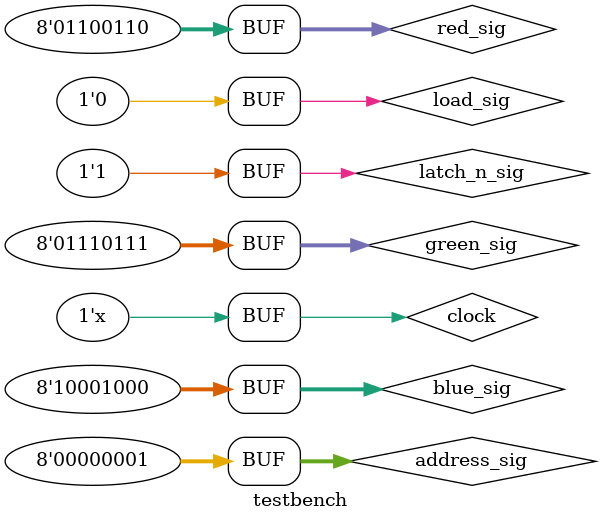
<source format=v>
`timescale 10ns/100ps

module testbench;

    reg clock = 1'b1;
	 //reg reset_sig = 1'b0;
	 reg [7:0] red_sig;
	 reg [7:0] green_sig;
	 reg [7:0] blue_sig;
	 reg [7:0] address_sig; // numéro de la Led entre 0 et NB_LEDS-1
	 reg load_sig;				// chargement du registre
	 reg latch_n_sig;			// déverrouille les données sur état bas

    wire data_ws2812b_sig;

    
    localparam period = 2;  //periode = 2 unités de temps, soit 2 x 10ns = 20ns


    always begin
        #(period/2) clock = ~clock; // génération signal d'horloge
    end
	 
	 ws2812b_controller #(.NB_LEDS(2)) ws2812b_controller_inst
    (
		.clk(clock),
		//.reset(reset_sig),
		.data_ws2812b(data_ws2812b_sig),
		.address(address_sig),
		.red(red_sig),
		.green(green_sig),
		.blue(blue_sig),
		.load(load_sig),
		.latch_n(latch_n_sig)
    );
	 
	 
	 initial begin
		
		//reset_sig <= 0;		
		load_sig <= 0;
		latch_n_sig <= 1;

		#period;
		load_sig <= 1;			// chargement du registre
		
		address_sig <= 0;		// 1ère Led
		red_sig <= 8'h33;
		green_sig <= 8'h44;
		blue_sig <= 8'h55;
		
		#period;
		
		address_sig <= 1;		// 2ème Led
		red_sig <= 8'h66;
		green_sig <= 8'h77;
		blue_sig <= 8'h88;
		
		#period;
		
		load_sig <= 0;
		
		#period latch_n_sig <= 0;	// déverrouillage pour transfert des données du registre
		#period latch_n_sig <= 1;
			 
	 end
	 
	 
endmodule

</source>
